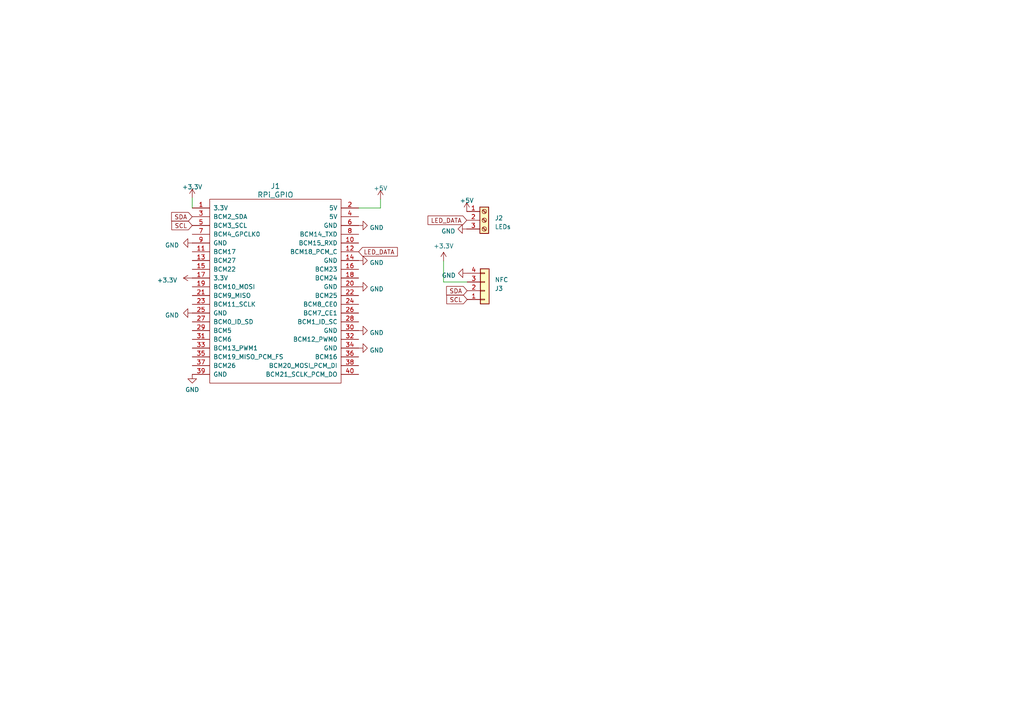
<source format=kicad_sch>
(kicad_sch (version 20230121) (generator eeschema)
  (paper "A4")
  (lib_symbols
    (symbol "Connector:Screw_Terminal_01x03" (pin_names (offset 1.016) hide)
      (property "Reference" "J" (at 0 5.08 0))
      (property "Value" "Screw_Terminal_01x03" (at 0 -5.08 0))
      (symbol "Screw_Terminal_01x03_1_1"
        (rectangle (start -1.27 3.81) (end 1.27 -3.81) (stroke (width 0.254)) (fill (type background)))
        (circle (center 0 -2.54) (radius 0.635) (stroke (width 0.1524)))
        (polyline (pts (xy -0.5334 -2.2098) (xy 0.3302 -3.048)) (stroke (width 0.1524)))
        (polyline (pts (xy -0.5334 0.3302) (xy 0.3302 -0.508)) (stroke (width 0.1524)))
        (polyline (pts (xy -0.5334 2.8702) (xy 0.3302 2.032)) (stroke (width 0.1524)))
        (polyline (pts (xy -0.3556 -2.032) (xy 0.508 -2.8702)) (stroke (width 0.1524)))
        (polyline (pts (xy -0.3556 0.508) (xy 0.508 -0.3302)) (stroke (width 0.1524)))
        (polyline (pts (xy -0.3556 3.048) (xy 0.508 2.2098)) (stroke (width 0.1524)))
        (circle (center 0 0) (radius 0.635) (stroke (width 0.1524)))
        (circle (center 0 2.54) (radius 0.635) (stroke (width 0.1524)))
        (pin passive line (at -5.08 2.54 0) (length 3.81) (name "Pin_1") (number "1"))
        (pin passive line (at -5.08 0 0) (length 3.81) (name "Pin_2") (number "2"))
        (pin passive line (at -5.08 -2.54 0) (length 3.81) (name "Pin_3") (number "3"))
      )
    )
    (symbol "Connector_Generic:Conn_01x04" (pin_names (offset 1.016) hide)
      (property "Reference" "J" (at 0 5.08 0))
      (property "Value" "Conn_01x04" (at 0 -7.62 0))
      (symbol "Conn_01x04_1_1"
        (rectangle (start -1.27 -4.953) (end 0 -5.207) (stroke (width 0.1524)))
        (rectangle (start -1.27 -2.413) (end 0 -2.667) (stroke (width 0.1524)))
        (rectangle (start -1.27 0.127) (end 0 -0.127) (stroke (width 0.1524)))
        (rectangle (start -1.27 2.667) (end 0 2.413) (stroke (width 0.1524)))
        (rectangle (start -1.27 3.81) (end 1.27 -6.35) (stroke (width 0.254)) (fill (type background)))
        (pin passive line (at -5.08 2.54 0) (length 3.81) (name "Pin_1") (number "1"))
        (pin passive line (at -5.08 0 0) (length 3.81) (name "Pin_2") (number "2"))
        (pin passive line (at -5.08 -2.54 0) (length 3.81) (name "Pin_3") (number "3"))
        (pin passive line (at -5.08 -5.08 0) (length 3.81) (name "Pin_4") (number "4"))
      )
    )
    (symbol "RPi_Hat:RPi_GPIO" (pin_names (offset 1.016))
      (property "Reference" "J" (at 19.05 6.35 0))
      (property "Value" "RPi_GPIO" (at 19.05 3.81 0))
      (symbol "RPi_GPIO_0_1"
        (rectangle (start 0 2.54) (end 38.1 -50.8))
      )
      (symbol "RPi_GPIO_1_1"
        (pin power_in line (at -5.08 0 0) (length 5.08) (name "3.3V") (number "1"))
        (pin bidirectional line (at 43.18 -10.16 180) (length 5.08) (name "BCM15_RXD") (number "10"))
        (pin bidirectional line (at -5.08 -12.7 0) (length 5.08) (name "BCM17") (number "11"))
        (pin bidirectional line (at 43.18 -12.7 180) (length 5.08) (name "BCM18_PCM_C") (number "12"))
        (pin bidirectional line (at -5.08 -15.24 0) (length 5.08) (name "BCM27") (number "13"))
        (pin power_in line (at 43.18 -15.24 180) (length 5.08) (name "GND") (number "14"))
        (pin bidirectional line (at -5.08 -17.78 0) (length 5.08) (name "BCM22") (number "15"))
        (pin bidirectional line (at 43.18 -17.78 180) (length 5.08) (name "BCM23") (number "16"))
        (pin power_in line (at -5.08 -20.32 0) (length 5.08) (name "3.3V") (number "17"))
        (pin bidirectional line (at 43.18 -20.32 180) (length 5.08) (name "BCM24") (number "18"))
        (pin bidirectional line (at -5.08 -22.86 0) (length 5.08) (name "BCM10_MOSI") (number "19"))
        (pin power_in line (at 43.18 0 180) (length 5.08) (name "5V") (number "2"))
        (pin power_in line (at 43.18 -22.86 180) (length 5.08) (name "GND") (number "20"))
        (pin bidirectional line (at -5.08 -25.4 0) (length 5.08) (name "BCM9_MISO") (number "21"))
        (pin bidirectional line (at 43.18 -25.4 180) (length 5.08) (name "BCM25") (number "22"))
        (pin bidirectional line (at -5.08 -27.94 0) (length 5.08) (name "BCM11_SCLK") (number "23"))
        (pin bidirectional line (at 43.18 -27.94 180) (length 5.08) (name "BCM8_CE0") (number "24"))
        (pin power_in line (at -5.08 -30.48 0) (length 5.08) (name "GND") (number "25"))
        (pin bidirectional line (at 43.18 -30.48 180) (length 5.08) (name "BCM7_CE1") (number "26"))
        (pin bidirectional line (at -5.08 -33.02 0) (length 5.08) (name "BCM0_ID_SD") (number "27"))
        (pin bidirectional line (at 43.18 -33.02 180) (length 5.08) (name "BCM1_ID_SC") (number "28"))
        (pin bidirectional line (at -5.08 -35.56 0) (length 5.08) (name "BCM5") (number "29"))
        (pin bidirectional line (at -5.08 -2.54 0) (length 5.08) (name "BCM2_SDA") (number "3"))
        (pin power_in line (at 43.18 -35.56 180) (length 5.08) (name "GND") (number "30"))
        (pin bidirectional line (at -5.08 -38.1 0) (length 5.08) (name "BCM6") (number "31"))
        (pin bidirectional line (at 43.18 -38.1 180) (length 5.08) (name "BCM12_PWM0") (number "32"))
        (pin bidirectional line (at -5.08 -40.64 0) (length 5.08) (name "BCM13_PWM1") (number "33"))
        (pin power_in line (at 43.18 -40.64 180) (length 5.08) (name "GND") (number "34"))
        (pin bidirectional line (at -5.08 -43.18 0) (length 5.08) (name "BCM19_MISO_PCM_FS") (number "35"))
        (pin bidirectional line (at 43.18 -43.18 180) (length 5.08) (name "BCM16") (number "36"))
        (pin bidirectional line (at -5.08 -45.72 0) (length 5.08) (name "BCM26") (number "37"))
        (pin bidirectional line (at 43.18 -45.72 180) (length 5.08) (name "BCM20_MOSI_PCM_DI") (number "38"))
        (pin power_in line (at -5.08 -48.26 0) (length 5.08) (name "GND") (number "39"))
        (pin power_in line (at 43.18 -2.54 180) (length 5.08) (name "5V") (number "4"))
        (pin bidirectional line (at 43.18 -48.26 180) (length 5.08) (name "BCM21_SCLK_PCM_DO") (number "40"))
        (pin bidirectional line (at -5.08 -5.08 0) (length 5.08) (name "BCM3_SCL") (number "5"))
        (pin power_in line (at 43.18 -5.08 180) (length 5.08) (name "GND") (number "6"))
        (pin bidirectional line (at -5.08 -7.62 0) (length 5.08) (name "BCM4_GPCLK0") (number "7"))
        (pin bidirectional line (at 43.18 -7.62 180) (length 5.08) (name "BCM14_TXD") (number "8"))
        (pin power_in line (at -5.08 -10.16 0) (length 5.08) (name "GND") (number "9"))
      )
    )
    (symbol "power:+3.3V" (power) (pin_names (offset 0))
      (property "Value" "+3.3V" (at 0 3.556 0))
      (symbol "+3.3V_0_1"
        (polyline (pts (xy -0.762 1.27) (xy 0 2.54)))
        (polyline (pts (xy 0 0) (xy 0 2.54)))
        (polyline (pts (xy 0 2.54) (xy 0.762 1.27)))
      )
      (symbol "+3.3V_1_1"
        (pin power_in line (at 0 0 90) (length 0) hide (name "+3.3V") (number "1"))
      )
    )
    (symbol "power:+5V" (power) (pin_names (offset 0))
      (property "Value" "+5V" (at 0 3.556 0))
      (symbol "+5V_0_1"
        (polyline (pts (xy -0.762 1.27) (xy 0 2.54)))
        (polyline (pts (xy 0 0) (xy 0 2.54)))
        (polyline (pts (xy 0 2.54) (xy 0.762 1.27)))
      )
      (symbol "+5V_1_1"
        (pin power_in line (at 0 0 90) (length 0) hide (name "+5V") (number "1"))
      )
    )
    (symbol "power:GND" (power) (pin_names (offset 0))
      (property "Value" "GND" (at 0 -3.81 0))
      (symbol "GND_0_1"
        (polyline (pts (xy 0 0) (xy 0 -1.27) (xy 1.27 -1.27) (xy 0 -2.54) (xy -1.27 -1.27) (xy 0 -1.27)))
      )
      (symbol "GND_1_1"
        (pin power_in line (at 0 0 270) (length 0) hide (name "GND") (number "1"))
      )
    )
  )
  (wire (pts (xy 110.363 60.325) (xy 104.013 60.325)))
  (wire (pts (xy 128.651 75.692) (xy 128.651 81.788)))
  (wire (pts (xy 55.753 57.404) (xy 55.753 60.325)))
  (wire (pts (xy 110.363 57.785) (xy 110.363 60.325)))
  (wire (pts (xy 128.651 81.788) (xy 135.509 81.788)))
  (global_label "LED_DATA" (shape input) (at 104.013 73.025 0) (property "Intersheetrefs" "${INTERSHEET_REFS}" (effects hide)))
  (global_label "SCL" (shape input) (at 135.509 86.868 180) (property "Intersheetrefs" "${INTERSHEET_REFS}" (effects hide)))
  (global_label "SDA" (shape input) (at 55.753 62.865 180) (property "Intersheetrefs" "${INTERSHEET_REFS}" (effects hide)))
  (global_label "SDA" (shape input) (at 135.509 84.328 180) (property "Intersheetrefs" "${INTERSHEET_REFS}" (effects hide)))
  (global_label "LED_DATA" (shape input) (at 135.382 63.881 180) (property "Intersheetrefs" "${INTERSHEET_REFS}" (effects hide)))
  (global_label "SCL" (shape input) (at 55.753 65.405 180) (property "Intersheetrefs" "${INTERSHEET_REFS}" (effects hide)))
  (symbol (lib_id "power:GND") (at 55.753 70.485 270) (unit 1)
    (property "Reference" "#PWR011" (effects hide))
    (property "Value" "GND" (at 51.943 71.12 90) (effects (justify right)))
  )
  (symbol (lib_id "power:+5V") (at 135.382 61.341 0) (unit 1)
    (property "Reference" "#PWR015" (effects hide))
    (property "Value" "+5V" (at 135.382 58.166 0))
  )
  (symbol (lib_id "power:GND") (at 104.013 100.965 90) (unit 1)
    (property "Reference" "#PWR06" (effects hide))
    (property "Value" "GND" (at 107.188 101.6 90) (effects (justify right)))
  )
  (symbol (lib_id "RPi_Hat:RPi_GPIO") (at 60.833 60.325 0) (unit 1)
    (property "Reference" "J1" (at 79.883 53.975 0) (effects (font (size 1.524 1.524))))
    (property "Value" "RPi_GPIO" (at 79.883 56.515 0) (effects (font (size 1.524 1.524))))
    (property "Footprint" "Connector_PinSocket_2.54mm:PinSocket_2x20_P2.54mm_Vertical" (effects hide))
    (property "LCSC" "C5124634" (effects hide))
  )
  (symbol (lib_id "power:GND") (at 104.013 83.185 90) (unit 1)
    (property "Reference" "#PWR08" (effects hide))
    (property "Value" "GND" (at 107.188 83.82 90) (effects (justify right)))
  )
  (symbol (lib_id "power:+3.3V") (at 55.753 57.404 0) (unit 1)
    (property "Reference" "#PWR01" (effects hide))
    (property "Value" "+3.3V" (at 55.753 54.229 0))
  )
  (symbol (lib_id "power:+3.3V") (at 55.753 80.645 90) (unit 1)
    (property "Reference" "#PWR013" (effects hide))
    (property "Value" "+3.3V" (at 51.435 81.28 90) (effects (justify left)))
  )
  (symbol (lib_id "Connector_Generic:Conn_01x04") (at 140.589 84.328 0) (mirror x) (unit 1)
    (property "Reference" "J3" (at 143.51 83.693 0) (effects (justify left)))
    (property "Value" "NFC" (at 143.51 81.153 0) (effects (justify left)))
    (property "Footprint" "Connector_PinHeader_2.54mm:PinHeader_1x04_P2.54mm_Horizontal" (effects hide))
    (property "LCSC" "C7501292" (effects hide))
  )
  (symbol (lib_id "power:GND") (at 104.013 75.565 90) (unit 1)
    (property "Reference" "#PWR09" (effects hide))
    (property "Value" "GND" (at 107.188 76.2 90) (effects (justify right)))
  )
  (symbol (lib_id "Connector:Screw_Terminal_01x03") (at 140.462 63.881 0) (unit 1)
    (property "Reference" "J2" (at 143.51 63.246 0) (effects (justify left)))
    (property "Value" "LEDs" (at 143.51 65.786 0) (effects (justify left)))
    (property "Footprint" "Connector_PinHeader_2.54mm:PinHeader_1x03_P2.54mm_Vertical" (effects hide))
    (property "LCSC" "C474921" (effects hide))
  )
  (symbol (lib_id "power:+5V") (at 110.363 57.785 0) (unit 1)
    (property "Reference" "#PWR014" (effects hide))
    (property "Value" "+5V" (at 110.363 54.61 0))
  )
  (symbol (lib_id "power:GND") (at 104.013 65.405 90) (unit 1)
    (property "Reference" "#PWR010" (effects hide))
    (property "Value" "GND" (at 107.188 66.04 90) (effects (justify right)))
  )
  (symbol (lib_id "power:GND") (at 104.013 95.885 90) (unit 1)
    (property "Reference" "#PWR07" (effects hide))
    (property "Value" "GND" (at 107.188 96.52 90) (effects (justify right)))
  )
  (symbol (lib_id "power:GND") (at 135.509 79.248 270) (unit 1)
    (property "Reference" "#PWR04" (effects hide))
    (property "Value" "GND" (at 132.207 79.883 90) (effects (justify right)))
  )
  (symbol (lib_id "power:GND") (at 135.382 66.421 270) (unit 1)
    (property "Reference" "#PWR05" (effects hide))
    (property "Value" "GND" (at 132.08 67.056 90) (effects (justify right)))
  )
  (symbol (lib_id "power:GND") (at 55.753 108.585 0) (unit 1)
    (property "Reference" "#PWR03" (effects hide))
    (property "Value" "GND" (at 55.753 113.03 0))
  )
  (symbol (lib_id "power:GND") (at 55.753 90.805 270) (unit 1)
    (property "Reference" "#PWR012" (effects hide))
    (property "Value" "GND" (at 51.943 91.44 90) (effects (justify right)))
  )
  (symbol (lib_id "power:+3.3V") (at 128.651 75.692 0) (unit 1)
    (property "Reference" "#PWR02" (effects hide))
    (property "Value" "+3.3V" (at 128.651 71.374 0))
  )
)
</source>
